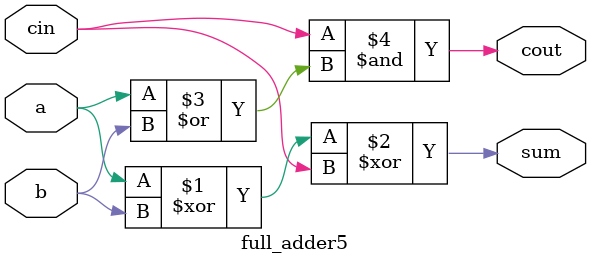
<source format=v>
module full_adder5(a,b,cin,sum,cout);
input a,b,cin;
output sum,cout;
assign sum = a^b^cin;
assign cout = 1'b0|cin&(a|b); 
// initial begin
//     $display("The incorrect adder with and0 and or2 having out/0 and in1/0");
// end   
endmodule
</source>
